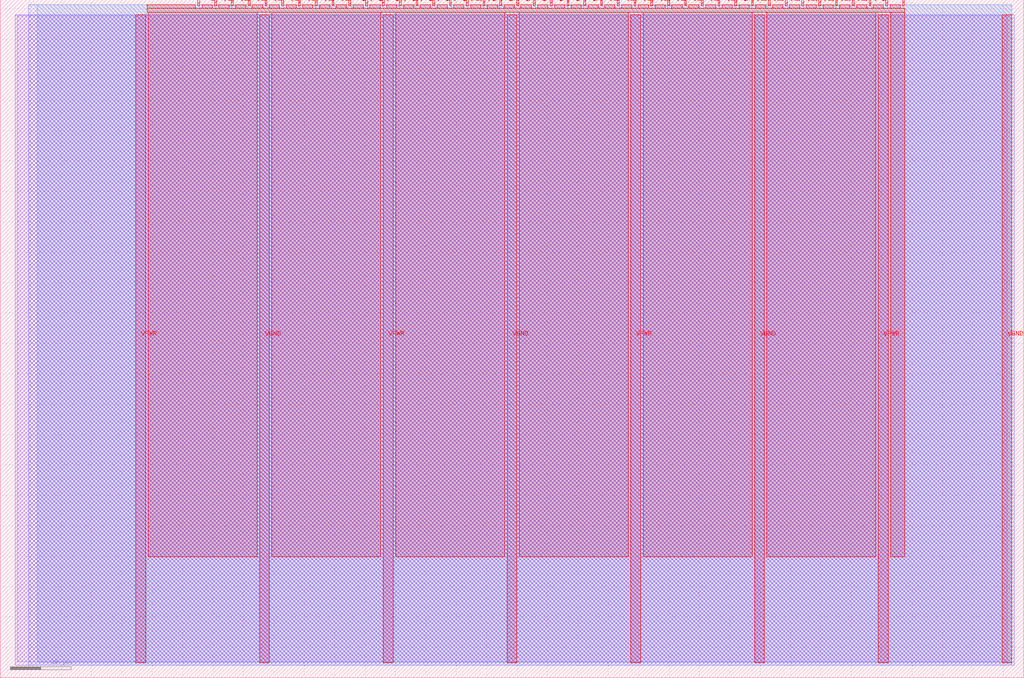
<source format=lef>
VERSION 5.7 ;
  NOWIREEXTENSIONATPIN ON ;
  DIVIDERCHAR "/" ;
  BUSBITCHARS "[]" ;
MACRO tt_um_thermocouple_dup
  CLASS BLOCK ;
  FOREIGN tt_um_thermocouple_dup ;
  ORIGIN 0.000 0.000 ;
  SIZE 168.360 BY 111.520 ;
  PIN VGND
    DIRECTION INOUT ;
    USE GROUND ;
    PORT
      LAYER met4 ;
        RECT 42.670 2.480 44.270 109.040 ;
    END
    PORT
      LAYER met4 ;
        RECT 83.380 2.480 84.980 109.040 ;
    END
    PORT
      LAYER met4 ;
        RECT 124.090 2.480 125.690 109.040 ;
    END
    PORT
      LAYER met4 ;
        RECT 164.800 2.480 166.400 109.040 ;
    END
  END VGND
  PIN VPWR
    DIRECTION INOUT ;
    USE POWER ;
    PORT
      LAYER met4 ;
        RECT 22.315 2.480 23.915 109.040 ;
    END
    PORT
      LAYER met4 ;
        RECT 63.025 2.480 64.625 109.040 ;
    END
    PORT
      LAYER met4 ;
        RECT 103.735 2.480 105.335 109.040 ;
    END
    PORT
      LAYER met4 ;
        RECT 144.445 2.480 146.045 109.040 ;
    END
  END VPWR
  PIN clk
    DIRECTION INPUT ;
    USE SIGNAL ;
    ANTENNAGATEAREA 0.852000 ;
    PORT
      LAYER met4 ;
        RECT 145.670 110.520 145.970 111.520 ;
    END
  END clk
  PIN ena
    DIRECTION INPUT ;
    USE SIGNAL ;
    ANTENNAGATEAREA 0.213000 ;
    PORT
      LAYER met4 ;
        RECT 148.430 110.520 148.730 111.520 ;
    END
  END ena
  PIN rst_n
    DIRECTION INPUT ;
    USE SIGNAL ;
    ANTENNAGATEAREA 0.159000 ;
    PORT
      LAYER met4 ;
        RECT 142.910 110.520 143.210 111.520 ;
    END
  END rst_n
  PIN ui_in[0]
    DIRECTION INPUT ;
    USE SIGNAL ;
    PORT
      LAYER met4 ;
        RECT 140.150 110.520 140.450 111.520 ;
    END
  END ui_in[0]
  PIN ui_in[1]
    DIRECTION INPUT ;
    USE SIGNAL ;
    PORT
      LAYER met4 ;
        RECT 137.390 110.520 137.690 111.520 ;
    END
  END ui_in[1]
  PIN ui_in[2]
    DIRECTION INPUT ;
    USE SIGNAL ;
    PORT
      LAYER met4 ;
        RECT 134.630 110.520 134.930 111.520 ;
    END
  END ui_in[2]
  PIN ui_in[3]
    DIRECTION INPUT ;
    USE SIGNAL ;
    PORT
      LAYER met4 ;
        RECT 131.870 110.520 132.170 111.520 ;
    END
  END ui_in[3]
  PIN ui_in[4]
    DIRECTION INPUT ;
    USE SIGNAL ;
    PORT
      LAYER met4 ;
        RECT 129.110 110.520 129.410 111.520 ;
    END
  END ui_in[4]
  PIN ui_in[5]
    DIRECTION INPUT ;
    USE SIGNAL ;
    PORT
      LAYER met4 ;
        RECT 126.350 110.520 126.650 111.520 ;
    END
  END ui_in[5]
  PIN ui_in[6]
    DIRECTION INPUT ;
    USE SIGNAL ;
    PORT
      LAYER met4 ;
        RECT 123.590 110.520 123.890 111.520 ;
    END
  END ui_in[6]
  PIN ui_in[7]
    DIRECTION INPUT ;
    USE SIGNAL ;
    PORT
      LAYER met4 ;
        RECT 120.830 110.520 121.130 111.520 ;
    END
  END ui_in[7]
  PIN uio_in[0]
    DIRECTION INPUT ;
    USE SIGNAL ;
    ANTENNAGATEAREA 0.196500 ;
    PORT
      LAYER met4 ;
        RECT 118.070 110.520 118.370 111.520 ;
    END
  END uio_in[0]
  PIN uio_in[1]
    DIRECTION INPUT ;
    USE SIGNAL ;
    ANTENNAGATEAREA 0.196500 ;
    PORT
      LAYER met4 ;
        RECT 115.310 110.520 115.610 111.520 ;
    END
  END uio_in[1]
  PIN uio_in[2]
    DIRECTION INPUT ;
    USE SIGNAL ;
    PORT
      LAYER met4 ;
        RECT 112.550 110.520 112.850 111.520 ;
    END
  END uio_in[2]
  PIN uio_in[3]
    DIRECTION INPUT ;
    USE SIGNAL ;
    ANTENNAGATEAREA 0.196500 ;
    PORT
      LAYER met4 ;
        RECT 109.790 110.520 110.090 111.520 ;
    END
  END uio_in[3]
  PIN uio_in[4]
    DIRECTION INPUT ;
    USE SIGNAL ;
    PORT
      LAYER met4 ;
        RECT 107.030 110.520 107.330 111.520 ;
    END
  END uio_in[4]
  PIN uio_in[5]
    DIRECTION INPUT ;
    USE SIGNAL ;
    PORT
      LAYER met4 ;
        RECT 104.270 110.520 104.570 111.520 ;
    END
  END uio_in[5]
  PIN uio_in[6]
    DIRECTION INPUT ;
    USE SIGNAL ;
    ANTENNAGATEAREA 0.196500 ;
    PORT
      LAYER met4 ;
        RECT 101.510 110.520 101.810 111.520 ;
    END
  END uio_in[6]
  PIN uio_in[7]
    DIRECTION INPUT ;
    USE SIGNAL ;
    PORT
      LAYER met4 ;
        RECT 98.750 110.520 99.050 111.520 ;
    END
  END uio_in[7]
  PIN uio_oe[0]
    DIRECTION OUTPUT TRISTATE ;
    USE SIGNAL ;
    PORT
      LAYER met4 ;
        RECT 51.830 110.520 52.130 111.520 ;
    END
  END uio_oe[0]
  PIN uio_oe[1]
    DIRECTION OUTPUT TRISTATE ;
    USE SIGNAL ;
    PORT
      LAYER met4 ;
        RECT 49.070 110.520 49.370 111.520 ;
    END
  END uio_oe[1]
  PIN uio_oe[2]
    DIRECTION OUTPUT TRISTATE ;
    USE SIGNAL ;
    PORT
      LAYER met4 ;
        RECT 46.310 110.520 46.610 111.520 ;
    END
  END uio_oe[2]
  PIN uio_oe[3]
    DIRECTION OUTPUT TRISTATE ;
    USE SIGNAL ;
    PORT
      LAYER met4 ;
        RECT 43.550 110.520 43.850 111.520 ;
    END
  END uio_oe[3]
  PIN uio_oe[4]
    DIRECTION OUTPUT TRISTATE ;
    USE SIGNAL ;
    PORT
      LAYER met4 ;
        RECT 40.790 110.520 41.090 111.520 ;
    END
  END uio_oe[4]
  PIN uio_oe[5]
    DIRECTION OUTPUT TRISTATE ;
    USE SIGNAL ;
    PORT
      LAYER met4 ;
        RECT 38.030 110.520 38.330 111.520 ;
    END
  END uio_oe[5]
  PIN uio_oe[6]
    DIRECTION OUTPUT TRISTATE ;
    USE SIGNAL ;
    PORT
      LAYER met4 ;
        RECT 35.270 110.520 35.570 111.520 ;
    END
  END uio_oe[6]
  PIN uio_oe[7]
    DIRECTION OUTPUT TRISTATE ;
    USE SIGNAL ;
    PORT
      LAYER met4 ;
        RECT 32.510 110.520 32.810 111.520 ;
    END
  END uio_oe[7]
  PIN uio_out[0]
    DIRECTION OUTPUT TRISTATE ;
    USE SIGNAL ;
    PORT
      LAYER met4 ;
        RECT 73.910 110.520 74.210 111.520 ;
    END
  END uio_out[0]
  PIN uio_out[1]
    DIRECTION OUTPUT TRISTATE ;
    USE SIGNAL ;
    PORT
      LAYER met4 ;
        RECT 71.150 110.520 71.450 111.520 ;
    END
  END uio_out[1]
  PIN uio_out[2]
    DIRECTION OUTPUT TRISTATE ;
    USE SIGNAL ;
    ANTENNADIFFAREA 0.795200 ;
    PORT
      LAYER met4 ;
        RECT 68.390 110.520 68.690 111.520 ;
    END
  END uio_out[2]
  PIN uio_out[3]
    DIRECTION OUTPUT TRISTATE ;
    USE SIGNAL ;
    PORT
      LAYER met4 ;
        RECT 65.630 110.520 65.930 111.520 ;
    END
  END uio_out[3]
  PIN uio_out[4]
    DIRECTION OUTPUT TRISTATE ;
    USE SIGNAL ;
    ANTENNADIFFAREA 0.445500 ;
    PORT
      LAYER met4 ;
        RECT 62.870 110.520 63.170 111.520 ;
    END
  END uio_out[4]
  PIN uio_out[5]
    DIRECTION OUTPUT TRISTATE ;
    USE SIGNAL ;
    ANTENNADIFFAREA 0.795200 ;
    PORT
      LAYER met4 ;
        RECT 60.110 110.520 60.410 111.520 ;
    END
  END uio_out[5]
  PIN uio_out[6]
    DIRECTION OUTPUT TRISTATE ;
    USE SIGNAL ;
    PORT
      LAYER met4 ;
        RECT 57.350 110.520 57.650 111.520 ;
    END
  END uio_out[6]
  PIN uio_out[7]
    DIRECTION OUTPUT TRISTATE ;
    USE SIGNAL ;
    ANTENNADIFFAREA 0.795200 ;
    PORT
      LAYER met4 ;
        RECT 54.590 110.520 54.890 111.520 ;
    END
  END uio_out[7]
  PIN uo_out[0]
    DIRECTION OUTPUT TRISTATE ;
    USE SIGNAL ;
    PORT
      LAYER met4 ;
        RECT 95.990 110.520 96.290 111.520 ;
    END
  END uo_out[0]
  PIN uo_out[1]
    DIRECTION OUTPUT TRISTATE ;
    USE SIGNAL ;
    PORT
      LAYER met4 ;
        RECT 93.230 110.520 93.530 111.520 ;
    END
  END uo_out[1]
  PIN uo_out[2]
    DIRECTION OUTPUT TRISTATE ;
    USE SIGNAL ;
    PORT
      LAYER met4 ;
        RECT 90.470 110.520 90.770 111.520 ;
    END
  END uo_out[2]
  PIN uo_out[3]
    DIRECTION OUTPUT TRISTATE ;
    USE SIGNAL ;
    PORT
      LAYER met4 ;
        RECT 87.710 110.520 88.010 111.520 ;
    END
  END uo_out[3]
  PIN uo_out[4]
    DIRECTION OUTPUT TRISTATE ;
    USE SIGNAL ;
    PORT
      LAYER met4 ;
        RECT 84.950 110.520 85.250 111.520 ;
    END
  END uo_out[4]
  PIN uo_out[5]
    DIRECTION OUTPUT TRISTATE ;
    USE SIGNAL ;
    PORT
      LAYER met4 ;
        RECT 82.190 110.520 82.490 111.520 ;
    END
  END uo_out[5]
  PIN uo_out[6]
    DIRECTION OUTPUT TRISTATE ;
    USE SIGNAL ;
    PORT
      LAYER met4 ;
        RECT 79.430 110.520 79.730 111.520 ;
    END
  END uo_out[6]
  PIN uo_out[7]
    DIRECTION OUTPUT TRISTATE ;
    USE SIGNAL ;
    PORT
      LAYER met4 ;
        RECT 76.670 110.520 76.970 111.520 ;
    END
  END uo_out[7]
  OBS
      LAYER li1 ;
        RECT 2.760 2.635 165.600 108.885 ;
      LAYER met1 ;
        RECT 2.460 2.080 166.820 109.040 ;
      LAYER met2 ;
        RECT 4.700 2.050 166.370 110.685 ;
      LAYER met3 ;
        RECT 6.045 2.555 166.390 110.665 ;
      LAYER met4 ;
        RECT 24.215 110.120 32.110 110.665 ;
        RECT 33.210 110.120 34.870 110.665 ;
        RECT 35.970 110.120 37.630 110.665 ;
        RECT 38.730 110.120 40.390 110.665 ;
        RECT 41.490 110.120 43.150 110.665 ;
        RECT 44.250 110.120 45.910 110.665 ;
        RECT 47.010 110.120 48.670 110.665 ;
        RECT 49.770 110.120 51.430 110.665 ;
        RECT 52.530 110.120 54.190 110.665 ;
        RECT 55.290 110.120 56.950 110.665 ;
        RECT 58.050 110.120 59.710 110.665 ;
        RECT 60.810 110.120 62.470 110.665 ;
        RECT 63.570 110.120 65.230 110.665 ;
        RECT 66.330 110.120 67.990 110.665 ;
        RECT 69.090 110.120 70.750 110.665 ;
        RECT 71.850 110.120 73.510 110.665 ;
        RECT 74.610 110.120 76.270 110.665 ;
        RECT 77.370 110.120 79.030 110.665 ;
        RECT 80.130 110.120 81.790 110.665 ;
        RECT 82.890 110.120 84.550 110.665 ;
        RECT 85.650 110.120 87.310 110.665 ;
        RECT 88.410 110.120 90.070 110.665 ;
        RECT 91.170 110.120 92.830 110.665 ;
        RECT 93.930 110.120 95.590 110.665 ;
        RECT 96.690 110.120 98.350 110.665 ;
        RECT 99.450 110.120 101.110 110.665 ;
        RECT 102.210 110.120 103.870 110.665 ;
        RECT 104.970 110.120 106.630 110.665 ;
        RECT 107.730 110.120 109.390 110.665 ;
        RECT 110.490 110.120 112.150 110.665 ;
        RECT 113.250 110.120 114.910 110.665 ;
        RECT 116.010 110.120 117.670 110.665 ;
        RECT 118.770 110.120 120.430 110.665 ;
        RECT 121.530 110.120 123.190 110.665 ;
        RECT 124.290 110.120 125.950 110.665 ;
        RECT 127.050 110.120 128.710 110.665 ;
        RECT 129.810 110.120 131.470 110.665 ;
        RECT 132.570 110.120 134.230 110.665 ;
        RECT 135.330 110.120 136.990 110.665 ;
        RECT 138.090 110.120 139.750 110.665 ;
        RECT 140.850 110.120 142.510 110.665 ;
        RECT 143.610 110.120 145.270 110.665 ;
        RECT 146.370 110.120 148.030 110.665 ;
        RECT 24.215 109.440 148.745 110.120 ;
        RECT 24.315 19.895 42.270 109.440 ;
        RECT 44.670 19.895 62.625 109.440 ;
        RECT 65.025 19.895 82.980 109.440 ;
        RECT 85.380 19.895 103.335 109.440 ;
        RECT 105.735 19.895 123.690 109.440 ;
        RECT 126.090 19.895 144.045 109.440 ;
        RECT 146.445 19.895 148.745 109.440 ;
  END
END tt_um_thermocouple_dup
END LIBRARY


</source>
